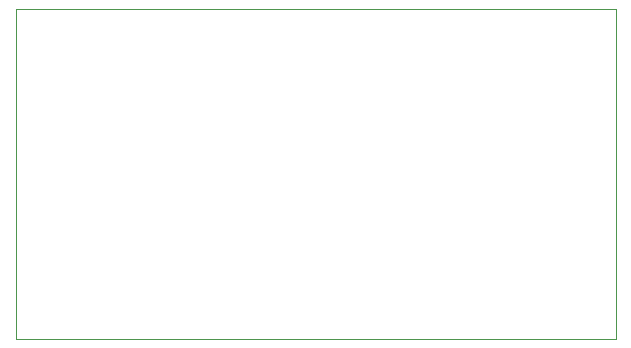
<source format=gbr>
%TF.GenerationSoftware,KiCad,Pcbnew,(7.0.0)*%
%TF.CreationDate,2023-08-26T23:12:35+05:30*%
%TF.ProjectId,sat-pcb,7361742d-7063-4622-9e6b-696361645f70,2.0.1*%
%TF.SameCoordinates,Original*%
%TF.FileFunction,Profile,NP*%
%FSLAX46Y46*%
G04 Gerber Fmt 4.6, Leading zero omitted, Abs format (unit mm)*
G04 Created by KiCad (PCBNEW (7.0.0)) date 2023-08-26 23:12:35*
%MOMM*%
%LPD*%
G01*
G04 APERTURE LIST*
%TA.AperFunction,Profile*%
%ADD10C,0.100000*%
%TD*%
G04 APERTURE END LIST*
D10*
X121367501Y-80269000D02*
G75*
G03*
X121367501Y-80269000I-1J0D01*
G01*
X118827500Y-80269000D02*
X169627500Y-80269000D01*
X169627500Y-80269000D02*
X169627500Y-108209000D01*
X169627500Y-108209000D02*
X118827500Y-108209000D01*
X118827500Y-108209000D02*
X118827500Y-80269000D01*
X121367501Y-80269000D02*
G75*
G03*
X121367501Y-80269000I-1J0D01*
G01*
M02*

</source>
